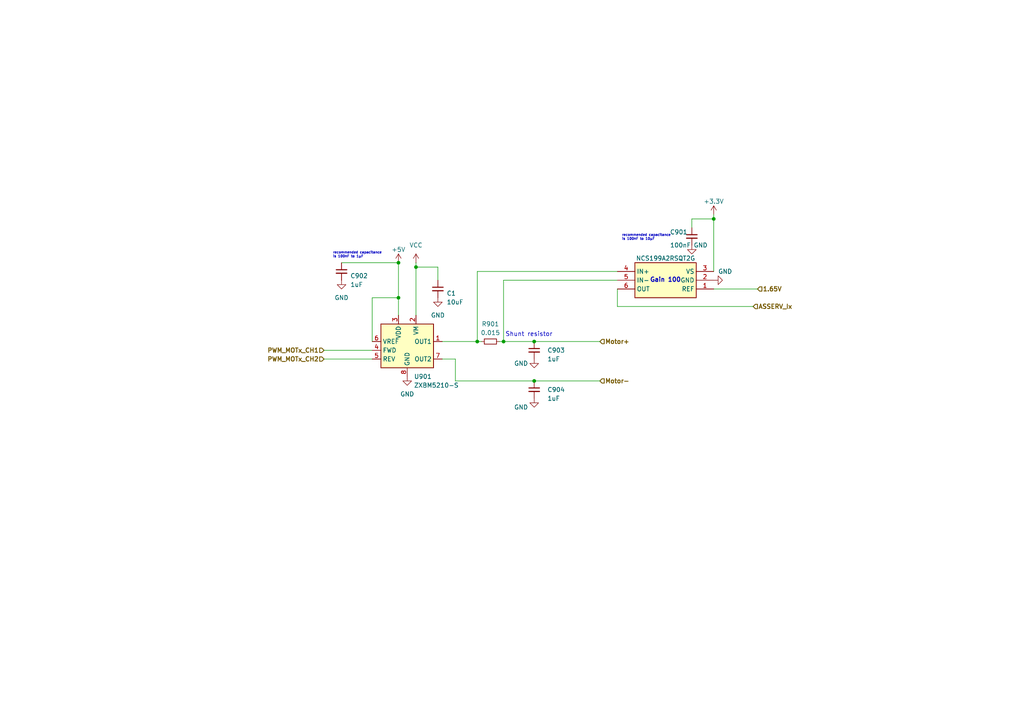
<source format=kicad_sch>
(kicad_sch (version 20231120) (generator "eeschema") (generator_version "8.0")
  (paper "A4")
  (lib_symbols
    (symbol "Device:C_Small" (pin_numbers hide) (pin_names (offset 0.254) hide)
      (property "Reference" "C" (at 0.254 1.778 0))
      (property "Value" "C_Small" (at 0.254 -2.032 0))
      (symbol "C_Small_0_1"
        (polyline (pts (xy -1.524 -0.508) (xy 1.524 -0.508)) (stroke (width 0.3302)))
        (polyline (pts (xy -1.524 0.508) (xy 1.524 0.508)) (stroke (width 0.3048)))
      )
      (symbol "C_Small_1_1"
        (pin passive line (at 0 2.54 270) (length 2.032) (name "~") (number "1"))
        (pin passive line (at 0 -2.54 90) (length 2.032) (name "~") (number "2"))
      )
    )
    (symbol "Device:R_Small" (pin_numbers hide) (pin_names (offset 0.254) hide)
      (property "Reference" "R" (at 0.762 0.508 0))
      (property "Value" "R_Small" (at 0.762 -1.016 0))
      (symbol "R_Small_0_1"
        (rectangle (start -0.762 1.778) (end 0.762 -1.778) (stroke (width 0.2032)))
      )
      (symbol "R_Small_1_1"
        (pin passive line (at 0 2.54 270) (length 0.762) (name "~") (number "1"))
        (pin passive line (at 0 -2.54 90) (length 0.762) (name "~") (number "2"))
      )
    )
    (symbol "Driver_Motor:ZXBM5210-S"
      (property "Reference" "U1501" (at 1.9559 -7.62 0))
      (property "Value" "ZXBM5210-S" (at 1.9559 -10.16 0))
      (symbol "ZXBM5210-S_0_0"
        (pin output line (at 10.16 2.54 180) (length 2.54) (name "OUT1") (number "1"))
        (pin power_in line (at -2.54 10.16 270) (length 2.54) (name "VDD") (number "3"))
        (pin input line (at -10.16 0 0) (length 2.54) (name "FWD") (number "4"))
        (pin input line (at -10.16 -2.54 0) (length 2.54) (name "REV") (number "5"))
        (pin input line (at -10.16 2.54 0) (length 2.54) (name "VREF") (number "6"))
        (pin output line (at 10.16 -2.54 180) (length 2.54) (name "OUT2") (number "7"))
      )
      (symbol "ZXBM5210-S_0_1"
        (rectangle (start -7.62 7.62) (end 7.62 -5.08) (stroke (width 0.254)) (fill (type background)))
      )
      (symbol "ZXBM5210-S_1_0"
        (pin power_in line (at 2.54 10.16 270) (length 2.54) (name "VM") (number "2"))
        (pin power_in line (at 0 -7.62 90) (length 2.54) (name "GND") (number "8"))
      )
    )
    (symbol "Ludzlib:NCS199A2RSQT2G"
      (property "Value" "NCS199A2RSQT2G" (at 13.97 -8.89 0))
      (symbol "NCS199A2RSQT2G_1_1"
        (rectangle (start 5.08 2.54) (end 22.86 -7.62) (stroke (width 0.254)) (fill (type background)))
        (pin passive line (at 0 0 0) (length 5.08) (name "REF") (number "1"))
        (pin power_in line (at 0 -2.54 0) (length 5.08) (name "GND") (number "2"))
        (pin passive line (at 0 -5.08 0) (length 5.08) (name "VS") (number "3"))
        (pin passive line (at 27.94 -5.08 180) (length 5.08) (name "IN+") (number "4"))
        (pin passive line (at 27.94 -2.54 180) (length 5.08) (name "IN-") (number "5"))
        (pin passive line (at 27.94 0 180) (length 5.08) (name "OUT") (number "6"))
      )
    )
    (symbol "power:+3.3V" (power) (pin_names (offset 0))
      (property "Value" "+3.3V" (at 0 3.556 0))
      (symbol "+3.3V_0_1"
        (polyline (pts (xy -0.762 1.27) (xy 0 2.54)))
        (polyline (pts (xy 0 0) (xy 0 2.54)))
        (polyline (pts (xy 0 2.54) (xy 0.762 1.27)))
      )
      (symbol "+3.3V_1_1"
        (pin power_in line (at 0 0 90) (length 0) hide (name "+3.3V") (number "1"))
      )
    )
    (symbol "power:+5V" (power) (pin_names (offset 0))
      (property "Value" "+5V" (at 0 3.556 0))
      (symbol "+5V_0_1"
        (polyline (pts (xy -0.762 1.27) (xy 0 2.54)))
        (polyline (pts (xy 0 0) (xy 0 2.54)))
        (polyline (pts (xy 0 2.54) (xy 0.762 1.27)))
      )
      (symbol "+5V_1_1"
        (pin power_in line (at 0 0 90) (length 0) hide (name "+5V") (number "1"))
      )
    )
    (symbol "power:GND" (power) (pin_names (offset 0))
      (property "Value" "GND" (at 0 -3.81 0))
      (symbol "GND_0_1"
        (polyline (pts (xy 0 0) (xy 0 -1.27) (xy 1.27 -1.27) (xy 0 -2.54) (xy -1.27 -1.27) (xy 0 -1.27)))
      )
      (symbol "GND_1_1"
        (pin power_in line (at 0 0 270) (length 0) hide (name "GND") (number "1"))
      )
    )
    (symbol "power:VCC" (power) (pin_numbers hide) (pin_names (offset 0) hide)
      (property "Value" "VCC" (at 0 3.556 0))
      (symbol "VCC_0_1"
        (polyline (pts (xy -0.762 1.27) (xy 0 2.54)))
        (polyline (pts (xy 0 0) (xy 0 2.54)))
        (polyline (pts (xy 0 2.54) (xy 0.762 1.27)))
      )
      (symbol "VCC_1_1"
        (pin power_in line (at 0 0 90) (length 0) (name "~") (number "1"))
      )
    )
  )
  (junction (at 120.65 77.47))
  (junction (at 154.94 99.06))
  (junction (at 207.01 63.5))
  (junction (at 115.57 76.2))
  (junction (at 146.05 99.06))
  (junction (at 138.43 99.06))
  (junction (at 115.57 86.36))
  (junction (at 154.94 110.49))
  (wire (pts (xy 138.43 99.06) (xy 139.7 99.06)))
  (wire (pts (xy 120.65 77.47) (xy 120.65 91.44)))
  (wire (pts (xy 146.05 99.06) (xy 154.94 99.06)))
  (wire (pts (xy 207.01 83.82) (xy 219.71 83.82)))
  (wire (pts (xy 127 77.47) (xy 120.65 77.47)))
  (wire (pts (xy 115.57 76.2) (xy 99.06 76.2)))
  (wire (pts (xy 146.05 81.28) (xy 146.05 99.06)))
  (wire (pts (xy 107.95 86.36) (xy 115.57 86.36)))
  (wire (pts (xy 154.94 99.06) (xy 173.99 99.06)))
  (wire (pts (xy 207.01 63.5) (xy 207.01 78.74)))
  (wire (pts (xy 127 81.28) (xy 127 77.47)))
  (wire (pts (xy 132.08 110.49) (xy 132.08 104.14)))
  (wire (pts (xy 200.66 63.5) (xy 200.66 66.04)))
  (wire (pts (xy 207.01 63.5) (xy 200.66 63.5)))
  (wire (pts (xy 138.43 78.74) (xy 179.07 78.74)))
  (wire (pts (xy 207.01 62.23) (xy 207.01 63.5)))
  (wire (pts (xy 138.43 78.74) (xy 138.43 99.06)))
  (wire (pts (xy 107.95 86.36) (xy 107.95 99.06)))
  (wire (pts (xy 128.27 99.06) (xy 138.43 99.06)))
  (wire (pts (xy 132.08 104.14) (xy 128.27 104.14)))
  (wire (pts (xy 179.07 88.9) (xy 218.44 88.9)))
  (wire (pts (xy 93.98 104.14) (xy 107.95 104.14)))
  (wire (pts (xy 93.98 101.6) (xy 107.95 101.6)))
  (wire (pts (xy 179.07 88.9) (xy 179.07 83.82)))
  (wire (pts (xy 120.65 76.2) (xy 120.65 77.47)))
  (wire (pts (xy 146.05 81.28) (xy 179.07 81.28)))
  (wire (pts (xy 115.57 86.36) (xy 115.57 91.44)))
  (wire (pts (xy 154.94 110.49) (xy 173.99 110.49)))
  (wire (pts (xy 144.78 99.06) (xy 146.05 99.06)))
  (wire (pts (xy 115.57 86.36) (xy 115.57 76.2)))
  (wire (pts (xy 132.08 110.49) (xy 154.94 110.49)))
  (text "recommended capacitance \nis 100nF to 1μF" (at 96.52 74.93 0) (effects (font (size 0.7 0.7)) (justify left bottom)))
  (text "Gain 100\n" (at 188.468 82.042 0) (effects (font (size 1.27 1.27) (bold yes)) (justify left bottom)))
  (text "recommended capacitance \nis 100nF to 10μF" (at 180.34 69.85 0) (effects (font (size 0.7 0.7)) (justify left bottom)))
  (text "Shunt resistor" (at 146.558 97.79 0) (effects (font (size 1.27 1.27)) (justify left bottom)))
  (hierarchical_label "Motor+" (shape input) (at 173.99 99.06 0) (effects (font (bold yes))))
  (hierarchical_label "Motor-" (shape input) (at 173.99 110.49 0) (effects (font (bold yes))))
  (hierarchical_label "1.65V" (shape input) (at 219.71 83.82 0) (effects (font (bold yes))))
  (hierarchical_label "ASSERV_Ix" (shape input) (at 218.44 88.9 0) (effects (font (bold yes))))
  (hierarchical_label "PWM_MOTx_CH1" (shape input) (at 93.98 101.6 180) (effects (font (bold yes))))
  (hierarchical_label "PWM_MOTx_CH2" (shape input) (at 93.98 104.14 180) (effects (font (bold yes))))
  (symbol (lib_id "power:GND") (at 118.11 109.22 0) (unit 1)
    (property "Reference" "#PWR0908" (effects (hide yes)))
    (property "Value" "GND" (at 118.11 114.3 0))
    (instances (project "Tom&Jerry_PCB" (path "" (reference "#PWR0908") (unit 1)) (path "" (reference "#PWR01108") (unit 1))))
  )
  (symbol (lib_id "power:GND") (at 127 86.36 0) (unit 1)
    (property "Reference" "#PWR01" (effects (hide yes)))
    (property "Value" "GND" (at 127 91.44 0))
    (instances (project "Tom&Jerry_PCB" (path "" (reference "#PWR01") (unit 1)) (path "" (reference "#PWR02") (unit 1))))
  )
  (symbol (lib_id "power:VCC") (at 120.65 76.2 0) (unit 1)
    (property "Reference" "#PWR0906" (effects (hide yes)))
    (property "Value" "VCC" (at 120.65 71.12 0))
    (property "Description" "Power symbol creates a global label with name \"VCC\"" (effects (hide yes)))
    (instances (project "Tom&Jerry_PCB" (path "" (reference "#PWR0906") (unit 1)) (path "" (reference "#PWR01106") (unit 1))))
  )
  (symbol (lib_id "power:GND") (at 200.66 71.12 0) (unit 1)
    (property "Reference" "#PWR0902" (effects (hide yes)))
    (property "Value" "GND" (at 203.2 71.12 0))
    (instances (project "Tom&Jerry_PCB" (path "" (reference "#PWR0902") (unit 1)) (path "" (reference "#PWR01102") (unit 1))))
  )
  (symbol (lib_id "Device:C_Small") (at 154.94 113.03 0) (unit 1)
    (property "Reference" "C904" (at 158.75 113.03 0) (effects (justify left)))
    (property "Value" "1uF" (at 158.75 115.57 0) (effects (justify left)))
    (property "Footprint" "Capacitor_SMD:C_0603_1608Metric" (effects (hide yes)))
    (instances (project "Tom&Jerry_PCB" (path "" (reference "C904") (unit 1)) (path "" (reference "C1104") (unit 1))))
  )
  (symbol (lib_id "power:GND") (at 154.94 104.14 0) (unit 1)
    (property "Reference" "#PWR0907" (effects (hide yes)))
    (property "Value" "GND" (at 151.13 105.41 0))
    (instances (project "Tom&Jerry_PCB" (path "" (reference "#PWR0907") (unit 1)) (path "" (reference "#PWR01107") (unit 1))))
  )
  (symbol (lib_id "power:GND") (at 154.94 115.57 0) (unit 1)
    (property "Reference" "#PWR0909" (effects (hide yes)))
    (property "Value" "GND" (at 151.13 118.11 0))
    (instances (project "Tom&Jerry_PCB" (path "" (reference "#PWR0909") (unit 1)) (path "" (reference "#PWR01109") (unit 1))))
  )
  (symbol (lib_id "power:GND") (at 99.06 81.28 0) (unit 1)
    (property "Reference" "#PWR0904" (effects (hide yes)))
    (property "Value" "GND" (at 99.06 86.36 0))
    (instances (project "Tom&Jerry_PCB" (path "" (reference "#PWR0904") (unit 1)) (path "" (reference "#PWR01104") (unit 1))))
  )
  (symbol (lib_id "power:+3.3V") (at 207.01 62.23 0) (unit 1)
    (property "Reference" "#PWR0901" (effects (hide yes)))
    (property "Value" "+3.3V" (at 207.01 58.42 0))
    (instances (project "Tom&Jerry_PCB" (path "" (reference "#PWR0901") (unit 1)) (path "" (reference "#PWR01101") (unit 1))))
  )
  (symbol (lib_id "Driver_Motor:ZXBM5210-S") (at 118.11 101.6 0) (unit 1)
    (property "Reference" "U901" (at 120.0659 109.22 0) (effects (justify left)))
    (property "Value" "ZXBM5210-S" (at 120.0659 111.76 0) (effects (justify left)))
    (property "Footprint" "Tom&Jerry:XBM5210" (effects (hide yes)))
    (property "Datasheet" "https://www.diodes.com/assets/Datasheets/ZXBM5210.pdf" (effects (hide yes)))
    (property "Mouser Part Number" " 621-ZXBM5210-SP-13 " (effects (hide yes)))
    (property "Mouser Price/Stock" "https://www.mouser.fr/ProductDetail/Diodes-Incorporated/ZXBM5210-SP-13?qs=98WN%2FnWUQiQYAgSBGLkvdw%3D%3D" (effects (hide yes)))
    (instances (project "Tom&Jerry_PCB" (path "" (reference "U901") (unit 1)) (path "" (reference "U1101") (unit 1))))
  )
  (symbol (lib_id "Device:R_Small") (at 142.24 99.06 90) (unit 1)
    (property "Reference" "R901" (at 142.24 93.98 90))
    (property "Value" "0.015" (at 142.24 96.52 90))
    (property "Footprint" "Resistor_SMD:R_0603_1608Metric" (effects (hide yes)))
    (property "Height" "0603" (effects (hide yes)))
    (instances (project "Tom&Jerry_PCB" (path "" (reference "R901") (unit 1)) (path "" (reference "R1101") (unit 1))))
  )
  (symbol (lib_id "Device:C_Small") (at 99.06 78.74 0) (unit 1)
    (property "Reference" "C902" (at 101.6 80.01 0) (effects (justify left)))
    (property "Value" "1uF" (at 101.6 82.55 0) (effects (justify left)))
    (property "Footprint" "Capacitor_SMD:C_0603_1608Metric" (effects (hide yes)))
    (instances (project "Tom&Jerry_PCB" (path "" (reference "C902") (unit 1)) (path "" (reference "C1102") (unit 1))))
  )
  (symbol (lib_id "power:GND") (at 207.01 81.28 90) (unit 1)
    (property "Reference" "#PWR0905" (effects (hide yes)))
    (property "Value" "GND" (at 208.28 78.74 90) (effects (justify right)))
    (instances (project "Tom&Jerry_PCB" (path "" (reference "#PWR0905") (unit 1)) (path "" (reference "#PWR01105") (unit 1))))
  )
  (symbol (lib_id "Device:C_Small") (at 154.94 101.6 0) (unit 1)
    (property "Reference" "C903" (at 158.75 101.6 0) (effects (justify left)))
    (property "Value" "1uF" (at 158.75 104.14 0) (effects (justify left)))
    (property "Footprint" "Capacitor_SMD:C_0603_1608Metric" (effects (hide yes)))
    (instances (project "Tom&Jerry_PCB" (path "" (reference "C903") (unit 1)) (path "" (reference "C1103") (unit 1))))
  )
  (symbol (lib_id "power:+5V") (at 115.57 76.2 0) (unit 1)
    (property "Reference" "#PWR0903" (effects (hide yes)))
    (property "Value" "+5V" (at 115.57 72.39 0))
    (instances (project "Tom&Jerry_PCB" (path "" (reference "#PWR0903") (unit 1)) (path "" (reference "#PWR01103") (unit 1))))
  )
  (symbol (lib_id "Ludzlib:NCS199A2RSQT2G") (at 207.01 83.82 180) (unit 1)
    (property "Reference" "IC901" (effects (hide yes)))
    (property "Value" "NCS199A2RSQT2G" (at 193.04 74.93 0))
    (property "Footprint" "Tom&Jerry:SOT65P210X110-6N" (effects (hide yes)))
    (property "Datasheet" "http://www.onsemi.com/pub/Collateral/NCS199A1R-D.PDF" (effects (hide yes)))
    (property "Height" "1.1" (effects (hide yes)))
    (property "Mouser Part Number" "863-NCS199A2RSQT2G" (effects (hide yes)))
    (property "Mouser Price/Stock" "https://www.mouser.co.uk/ProductDetail/onsemi/NCS199A2RSQT2G?qs=MLItCLRbWswy48vDwGmPrw%3D%3D" (effects (hide yes)))
    (property "Manufacturer_Name" "onsemi" (effects (hide yes)))
    (property "Manufacturer_Part_Number" "NCS199A2RSQT2G" (effects (hide yes)))
    (instances (project "Tom&Jerry_PCB" (path "" (reference "IC901") (unit 1)) (path "" (reference "IC1101") (unit 1))))
  )
  (symbol (lib_id "Device:C_Small") (at 200.66 68.58 0) (unit 1)
    (property "Reference" "C901" (at 194.31 67.31 0) (effects (justify left)))
    (property "Value" "100nF" (at 194.31 71.12 0) (effects (justify left)))
    (property "Footprint" "Capacitor_SMD:C_0402_1005Metric" (effects (hide yes)))
    (instances (project "Tom&Jerry_PCB" (path "" (reference "C901") (unit 1)) (path "" (reference "C1101") (unit 1))))
  )
  (symbol (lib_id "Device:C_Small") (at 127 83.82 0) (unit 1)
    (property "Reference" "C1" (at 129.54 85.09 0) (effects (justify left)))
    (property "Value" "10uF" (at 129.54 87.63 0) (effects (justify left)))
    (property "Footprint" "Capacitor_SMD:C_0603_1608Metric" (effects (hide yes)))
    (instances (project "Tom&Jerry_PCB" (path "" (reference "C1") (unit 1)) (path "" (reference "C2") (unit 1))))
  )
)
</source>
